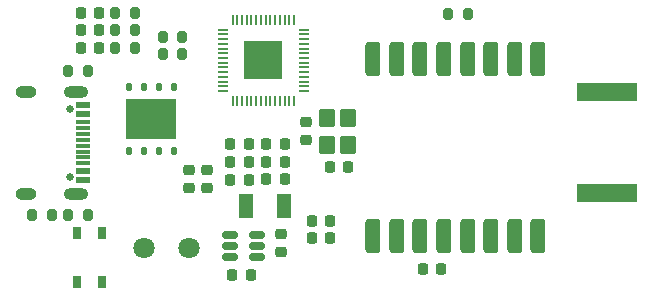
<source format=gbr>
%TF.GenerationSoftware,KiCad,Pcbnew,8.0.5-dirty*%
%TF.CreationDate,2024-10-01T21:11:00+10:00*%
%TF.ProjectId,kestral,6b657374-7261-46c2-9e6b-696361645f70,rev?*%
%TF.SameCoordinates,Original*%
%TF.FileFunction,Soldermask,Top*%
%TF.FilePolarity,Negative*%
%FSLAX46Y46*%
G04 Gerber Fmt 4.6, Leading zero omitted, Abs format (unit mm)*
G04 Created by KiCad (PCBNEW 8.0.5-dirty) date 2024-10-01 21:11:00*
%MOMM*%
%LPD*%
G01*
G04 APERTURE LIST*
G04 Aperture macros list*
%AMRoundRect*
0 Rectangle with rounded corners*
0 $1 Rounding radius*
0 $2 $3 $4 $5 $6 $7 $8 $9 X,Y pos of 4 corners*
0 Add a 4 corners polygon primitive as box body*
4,1,4,$2,$3,$4,$5,$6,$7,$8,$9,$2,$3,0*
0 Add four circle primitives for the rounded corners*
1,1,$1+$1,$2,$3*
1,1,$1+$1,$4,$5*
1,1,$1+$1,$6,$7*
1,1,$1+$1,$8,$9*
0 Add four rect primitives between the rounded corners*
20,1,$1+$1,$2,$3,$4,$5,0*
20,1,$1+$1,$4,$5,$6,$7,0*
20,1,$1+$1,$6,$7,$8,$9,0*
20,1,$1+$1,$8,$9,$2,$3,0*%
G04 Aperture macros list end*
%ADD10RoundRect,0.200000X-0.200000X-0.275000X0.200000X-0.275000X0.200000X0.275000X-0.200000X0.275000X0*%
%ADD11R,0.650000X1.050000*%
%ADD12C,1.803400*%
%ADD13RoundRect,0.225000X0.225000X0.250000X-0.225000X0.250000X-0.225000X-0.250000X0.225000X-0.250000X0*%
%ADD14RoundRect,0.125000X0.125000X-0.250000X0.125000X0.250000X-0.125000X0.250000X-0.125000X-0.250000X0*%
%ADD15R,4.300000X3.400000*%
%ADD16RoundRect,0.317500X-0.317500X1.157500X-0.317500X-1.157500X0.317500X-1.157500X0.317500X1.157500X0*%
%ADD17RoundRect,0.225000X-0.250000X0.225000X-0.250000X-0.225000X0.250000X-0.225000X0.250000X0.225000X0*%
%ADD18C,0.650000*%
%ADD19R,1.240000X0.600000*%
%ADD20R,1.240000X0.300000*%
%ADD21O,2.100000X1.000000*%
%ADD22O,1.800000X1.000000*%
%ADD23RoundRect,0.225000X0.250000X-0.225000X0.250000X0.225000X-0.250000X0.225000X-0.250000X-0.225000X0*%
%ADD24RoundRect,0.050000X0.050000X-0.387500X0.050000X0.387500X-0.050000X0.387500X-0.050000X-0.387500X0*%
%ADD25RoundRect,0.050000X0.387500X-0.050000X0.387500X0.050000X-0.387500X0.050000X-0.387500X-0.050000X0*%
%ADD26R,3.200000X3.200000*%
%ADD27RoundRect,0.200000X0.200000X0.275000X-0.200000X0.275000X-0.200000X-0.275000X0.200000X-0.275000X0*%
%ADD28RoundRect,0.225000X-0.225000X-0.250000X0.225000X-0.250000X0.225000X0.250000X-0.225000X0.250000X0*%
%ADD29RoundRect,0.218750X-0.218750X-0.256250X0.218750X-0.256250X0.218750X0.256250X-0.218750X0.256250X0*%
%ADD30RoundRect,0.150000X-0.512500X-0.150000X0.512500X-0.150000X0.512500X0.150000X-0.512500X0.150000X0*%
%ADD31RoundRect,0.102000X-0.550000X0.650000X-0.550000X-0.650000X0.550000X-0.650000X0.550000X0.650000X0*%
%ADD32R,1.200000X2.000000*%
%ADD33R,5.080000X1.500000*%
G04 APERTURE END LIST*
D10*
%TO.C,R9*%
X103250000Y-118600000D03*
X104900000Y-118600000D03*
%TD*%
D11*
%TO.C,SW1*%
X109175000Y-120125000D03*
X109175000Y-124275000D03*
X107025000Y-120125000D03*
X107025000Y-124275000D03*
%TD*%
D12*
%TO.C,J2*%
X112689999Y-121400000D03*
X116500000Y-121400000D03*
%TD*%
D13*
%TO.C,C5*%
X130005000Y-114550000D03*
X128455000Y-114550000D03*
%TD*%
D14*
%TO.C,U5*%
X111400000Y-113220000D03*
X112670000Y-113220000D03*
X113940000Y-113220000D03*
X115210000Y-113220000D03*
X115210000Y-107820000D03*
X113940000Y-107820000D03*
X112670000Y-107820000D03*
X111400000Y-107820000D03*
D15*
X113305000Y-110520000D03*
%TD*%
D13*
%TO.C,C8*%
X124600000Y-114115000D03*
X123050000Y-114115000D03*
%TD*%
D16*
%TO.C,U2*%
X146100000Y-105375000D03*
X144100000Y-105375000D03*
X142100000Y-105375000D03*
X140100000Y-105375000D03*
X138100000Y-105375000D03*
X136100000Y-105375000D03*
X134100000Y-105375000D03*
X132100000Y-105375000D03*
X132100000Y-120425000D03*
X134100000Y-120425000D03*
X136100000Y-120425000D03*
X138100000Y-120425000D03*
X140100000Y-120425000D03*
X142100000Y-120425000D03*
X144100000Y-120425000D03*
X146100000Y-120425000D03*
%TD*%
D17*
%TO.C,C3*%
X116500000Y-114800000D03*
X116500000Y-116350000D03*
%TD*%
D18*
%TO.C,J3*%
X106405000Y-109610000D03*
X106405000Y-115390000D03*
D19*
X107525000Y-109300000D03*
X107525000Y-110100000D03*
D20*
X107525000Y-111250000D03*
X107525000Y-112250000D03*
X107525000Y-112750000D03*
X107525000Y-113750000D03*
D19*
X107525000Y-114900000D03*
X107525000Y-115700000D03*
X107525000Y-115700000D03*
X107525000Y-114900000D03*
D20*
X107525000Y-114250000D03*
X107525000Y-113250000D03*
X107525000Y-111750000D03*
X107525000Y-110750000D03*
D19*
X107525000Y-110100000D03*
X107525000Y-109300000D03*
D21*
X106925000Y-108180000D03*
D22*
X102725000Y-108180000D03*
D21*
X106925000Y-116820000D03*
D22*
X102725000Y-116820000D03*
%TD*%
D23*
%TO.C,C1*%
X124262500Y-121750000D03*
X124262500Y-120200000D03*
%TD*%
D24*
%TO.C,U3*%
X120200000Y-108970000D03*
X120600000Y-108970000D03*
X121000000Y-108970000D03*
X121400000Y-108970000D03*
X121800000Y-108970000D03*
X122200000Y-108970000D03*
X122600000Y-108970000D03*
X123000000Y-108970000D03*
X123400000Y-108970000D03*
X123800000Y-108970000D03*
X124200000Y-108970000D03*
X124600000Y-108970000D03*
X125000000Y-108970000D03*
X125400000Y-108970000D03*
D25*
X126237500Y-108132500D03*
X126237500Y-107732500D03*
X126237500Y-107332500D03*
X126237500Y-106932500D03*
X126237500Y-106532500D03*
X126237500Y-106132500D03*
X126237500Y-105732500D03*
X126237500Y-105332500D03*
X126237500Y-104932500D03*
X126237500Y-104532500D03*
X126237500Y-104132500D03*
X126237500Y-103732500D03*
X126237500Y-103332500D03*
X126237500Y-102932500D03*
D24*
X125400000Y-102095000D03*
X125000000Y-102095000D03*
X124600000Y-102095000D03*
X124200000Y-102095000D03*
X123800000Y-102095000D03*
X123400000Y-102095000D03*
X123000000Y-102095000D03*
X122600000Y-102095000D03*
X122200000Y-102095000D03*
X121800000Y-102095000D03*
X121400000Y-102095000D03*
X121000000Y-102095000D03*
X120600000Y-102095000D03*
X120200000Y-102095000D03*
D25*
X119362500Y-102932500D03*
X119362500Y-103332500D03*
X119362500Y-103732500D03*
X119362500Y-104132500D03*
X119362500Y-104532500D03*
X119362500Y-104932500D03*
X119362500Y-105332500D03*
X119362500Y-105732500D03*
X119362500Y-106132500D03*
X119362500Y-106532500D03*
X119362500Y-106932500D03*
X119362500Y-107332500D03*
X119362500Y-107732500D03*
X119362500Y-108132500D03*
D26*
X122800000Y-105532500D03*
%TD*%
D27*
%TO.C,R8*%
X111925000Y-101500000D03*
X110275000Y-101500000D03*
%TD*%
D28*
%TO.C,C15*%
X126925000Y-120600000D03*
X128475000Y-120600000D03*
%TD*%
D13*
%TO.C,C9*%
X121550000Y-112630000D03*
X120000000Y-112630000D03*
%TD*%
D29*
%TO.C,D3*%
X107325000Y-101500000D03*
X108900000Y-101500000D03*
%TD*%
D30*
%TO.C,U4*%
X119987500Y-120275000D03*
X119987500Y-121225000D03*
X119987500Y-122175000D03*
X122262500Y-122175000D03*
X122262500Y-121225000D03*
X122262500Y-120275000D03*
%TD*%
D17*
%TO.C,C2*%
X118010000Y-114800000D03*
X118010000Y-116350000D03*
%TD*%
D13*
%TO.C,C7*%
X124600000Y-115615000D03*
X123050000Y-115615000D03*
%TD*%
%TO.C,C13*%
X137875000Y-123200000D03*
X136325000Y-123200000D03*
%TD*%
D31*
%TO.C,Y1*%
X128200000Y-110400000D03*
X128200000Y-112700000D03*
X130000000Y-112700000D03*
X130000000Y-110400000D03*
%TD*%
D10*
%TO.C,R2*%
X106275000Y-118600000D03*
X107925000Y-118600000D03*
%TD*%
D13*
%TO.C,C12*%
X124600000Y-112615000D03*
X123050000Y-112615000D03*
%TD*%
D27*
%TO.C,R5*%
X111925000Y-104500000D03*
X110275000Y-104500000D03*
%TD*%
D28*
%TO.C,C4*%
X120187500Y-123725000D03*
X121737500Y-123725000D03*
%TD*%
D10*
%TO.C,R4*%
X114275000Y-103532500D03*
X115925000Y-103532500D03*
%TD*%
%TO.C,R7*%
X138450000Y-101600000D03*
X140100000Y-101600000D03*
%TD*%
%TO.C,R1*%
X106275000Y-106420000D03*
X107925000Y-106420000D03*
%TD*%
D17*
%TO.C,C6*%
X126455000Y-110750000D03*
X126455000Y-112300000D03*
%TD*%
D32*
%TO.C,L1*%
X124562500Y-117875000D03*
X121362500Y-117875000D03*
%TD*%
D13*
%TO.C,C10*%
X121550000Y-115630000D03*
X120000000Y-115630000D03*
%TD*%
D10*
%TO.C,R3*%
X114275000Y-105032500D03*
X115925000Y-105032500D03*
%TD*%
D27*
%TO.C,R6*%
X111925000Y-103000000D03*
X110275000Y-103000000D03*
%TD*%
D28*
%TO.C,C14*%
X126925000Y-119100000D03*
X128475000Y-119100000D03*
%TD*%
D29*
%TO.C,D1*%
X107325000Y-104500000D03*
X108900000Y-104500000D03*
%TD*%
D13*
%TO.C,C11*%
X121550000Y-114120000D03*
X120000000Y-114120000D03*
%TD*%
D29*
%TO.C,D2*%
X107325000Y-103000000D03*
X108900000Y-103000000D03*
%TD*%
D33*
%TO.C,J1*%
X151937500Y-108250000D03*
X151937500Y-116750000D03*
%TD*%
M02*

</source>
